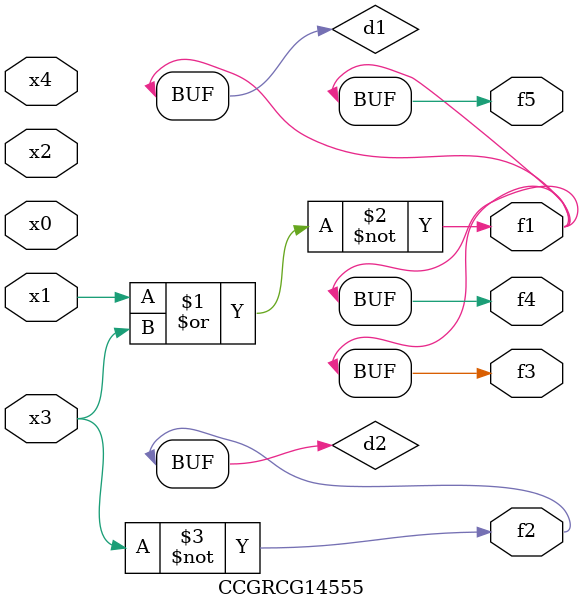
<source format=v>
module CCGRCG14555(
	input x0, x1, x2, x3, x4,
	output f1, f2, f3, f4, f5
);

	wire d1, d2;

	nor (d1, x1, x3);
	not (d2, x3);
	assign f1 = d1;
	assign f2 = d2;
	assign f3 = d1;
	assign f4 = d1;
	assign f5 = d1;
endmodule

</source>
